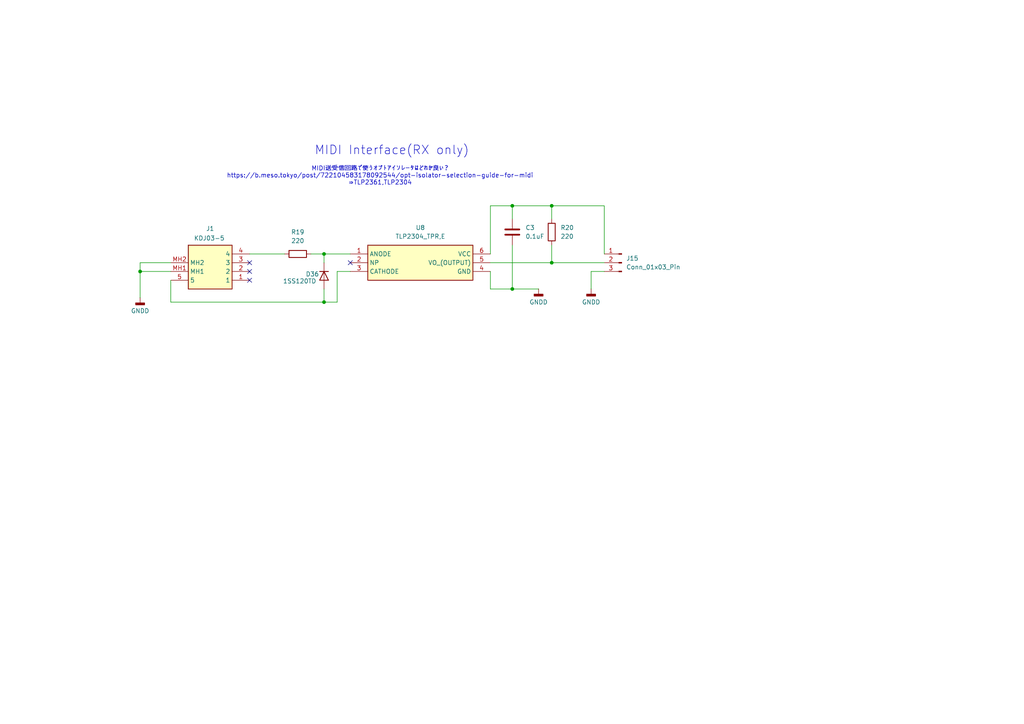
<source format=kicad_sch>
(kicad_sch (version 20231120) (generator "eeschema") (generator_version "8.0")
  (paper "A4")
  (lib_symbols
    (symbol "Connector:Conn_01x03_Pin" (pin_names (offset 1.016) hide)
      (property "Reference" "J" (at 0 5.08 0))
      (property "Value" "Conn_01x03_Pin" (at 0 -5.08 0))
      (symbol "Conn_01x03_Pin_1_1"
        (polyline (pts (xy 1.27 -2.54) (xy 0.8636 -2.54)) (stroke (width 0.1524)))
        (polyline (pts (xy 1.27 0) (xy 0.8636 0)) (stroke (width 0.1524)))
        (polyline (pts (xy 1.27 2.54) (xy 0.8636 2.54)) (stroke (width 0.1524)))
        (rectangle (start 0.8636 -2.413) (end 0 -2.667) (stroke (width 0.1524)) (fill (type outline)))
        (rectangle (start 0.8636 0.127) (end 0 -0.127) (stroke (width 0.1524)) (fill (type outline)))
        (rectangle (start 0.8636 2.667) (end 0 2.413) (stroke (width 0.1524)) (fill (type outline)))
        (pin passive line (at 5.08 2.54 180) (length 3.81) (name "Pin_1") (number "1"))
        (pin passive line (at 5.08 0 180) (length 3.81) (name "Pin_2") (number "2"))
        (pin passive line (at 5.08 -2.54 180) (length 3.81) (name "Pin_3") (number "3"))
      )
    )
    (symbol "Device:C" (pin_numbers hide) (pin_names (offset 0.254))
      (property "Reference" "C" (at 0.635 2.54 0))
      (property "Value" "C" (at 0.635 -2.54 0))
      (symbol "C_0_1"
        (polyline (pts (xy -2.032 -0.762) (xy 2.032 -0.762)) (stroke (width 0.508)))
        (polyline (pts (xy -2.032 0.762) (xy 2.032 0.762)) (stroke (width 0.508)))
      )
      (symbol "C_1_1"
        (pin passive line (at 0 3.81 270) (length 2.794) (name "~") (number "1"))
        (pin passive line (at 0 -3.81 90) (length 2.794) (name "~") (number "2"))
      )
    )
    (symbol "Device:D" (pin_numbers hide) (pin_names (offset 1.016) hide)
      (property "Reference" "D" (at 0 2.54 0))
      (property "Value" "D" (at 0 -2.54 0))
      (symbol "D_0_1"
        (polyline (pts (xy -1.27 1.27) (xy -1.27 -1.27)) (stroke (width 0.254)))
        (polyline (pts (xy 1.27 0) (xy -1.27 0)))
        (polyline (pts (xy 1.27 1.27) (xy 1.27 -1.27) (xy -1.27 0) (xy 1.27 1.27)) (stroke (width 0.254)))
      )
      (symbol "D_1_1"
        (pin passive line (at -3.81 0 0) (length 2.54) (name "K") (number "1"))
        (pin passive line (at 3.81 0 180) (length 2.54) (name "A") (number "2"))
      )
    )
    (symbol "Device:R" (pin_numbers hide) (pin_names (offset 0))
      (property "Reference" "R" (at 2.032 0 90))
      (property "Value" "R" (at 0 0 90))
      (symbol "R_0_1"
        (rectangle (start -1.016 -2.54) (end 1.016 2.54) (stroke (width 0.254)))
      )
      (symbol "R_1_1"
        (pin passive line (at 0 3.81 270) (length 1.27) (name "~") (number "1"))
        (pin passive line (at 0 -3.81 90) (length 1.27) (name "~") (number "2"))
      )
    )
    (symbol "SamacSys_Parts:KDJ03-5"
      (property "Reference" "J" (at 19.05 7.62 0))
      (property "Value" "KDJ03-5" (at 19.05 5.08 0))
      (symbol "KDJ03-5_1_1"
        (rectangle (start 5.08 2.54) (end 17.78 -10.16) (stroke (width 0.254)) (fill (type background)))
        (pin passive line (at 0 0 0) (length 5.08) (name "1") (number "1"))
        (pin passive line (at 0 -2.54 0) (length 5.08) (name "2") (number "2"))
        (pin passive line (at 0 -5.08 0) (length 5.08) (name "3") (number "3"))
        (pin passive line (at 0 -7.62 0) (length 5.08) (name "4") (number "4"))
        (pin passive line (at 22.86 0 180) (length 5.08) (name "5") (number "5"))
        (pin passive line (at 22.86 -2.54 180) (length 5.08) (name "MH1") (number "MH1"))
        (pin passive line (at 22.86 -5.08 180) (length 5.08) (name "MH2") (number "MH2"))
      )
    )
    (symbol "SamacSys_Parts:TLP2304_TPR,E"
      (property "Reference" "IC" (at 36.83 7.62 0))
      (property "Value" "TLP2304_TPR,E" (at 36.83 5.08 0))
      (symbol "TLP2304_TPR,E_1_1"
        (rectangle (start 5.08 2.54) (end 35.56 -7.62) (stroke (width 0.254)) (fill (type background)))
        (pin passive line (at 0 0 0) (length 5.08) (name "ANODE") (number "1"))
        (pin passive line (at 0 -2.54 0) (length 5.08) (name "NP") (number "2"))
        (pin passive line (at 0 -5.08 0) (length 5.08) (name "CATHODE") (number "3"))
        (pin passive line (at 40.64 -5.08 180) (length 5.08) (name "GND") (number "4"))
        (pin passive line (at 40.64 -2.54 180) (length 5.08) (name "VO_(OUTPUT)") (number "5"))
        (pin passive line (at 40.64 0 180) (length 5.08) (name "VCC") (number "6"))
      )
    )
    (symbol "power:GNDD" (power) (pin_numbers hide) (pin_names (offset 0) hide)
      (property "Value" "GNDD" (at 0 -3.175 0))
      (symbol "GNDD_0_1"
        (rectangle (start -1.27 -1.524) (end 1.27 -2.032) (stroke (width 0.254)) (fill (type outline)))
        (polyline (pts (xy 0 0) (xy 0 -1.524)))
      )
      (symbol "GNDD_1_1"
        (pin power_in line (at 0 0 270) (length 0) (name "~") (number "1"))
      )
    )
  )
  (junction (at 148.59 83.82))
  (junction (at 40.64 78.74))
  (junction (at 160.02 59.69))
  (junction (at 93.98 73.66))
  (junction (at 93.98 87.63))
  (junction (at 148.59 59.69))
  (junction (at 160.02 76.2))
  (no_connect (at 72.39 76.2))
  (no_connect (at 72.39 81.28))
  (no_connect (at 72.39 78.74))
  (no_connect (at 101.6 76.2))
  (wire (pts (xy 40.64 78.74) (xy 40.64 86.36)))
  (wire (pts (xy 148.59 59.69) (xy 148.59 63.5)))
  (wire (pts (xy 160.02 71.12) (xy 160.02 76.2)))
  (wire (pts (xy 160.02 76.2) (xy 142.24 76.2)))
  (wire (pts (xy 142.24 83.82) (xy 142.24 78.74)))
  (wire (pts (xy 93.98 73.66) (xy 101.6 73.66)))
  (wire (pts (xy 148.59 83.82) (xy 142.24 83.82)))
  (wire (pts (xy 49.53 87.63) (xy 93.98 87.63)))
  (wire (pts (xy 171.45 78.74) (xy 171.45 83.82)))
  (wire (pts (xy 156.21 83.82) (xy 148.59 83.82)))
  (wire (pts (xy 93.98 76.2) (xy 93.98 73.66)))
  (wire (pts (xy 142.24 59.69) (xy 142.24 73.66)))
  (wire (pts (xy 148.59 71.12) (xy 148.59 83.82)))
  (wire (pts (xy 148.59 59.69) (xy 142.24 59.69)))
  (wire (pts (xy 175.26 78.74) (xy 171.45 78.74)))
  (wire (pts (xy 49.53 76.2) (xy 40.64 76.2)))
  (wire (pts (xy 160.02 59.69) (xy 160.02 63.5)))
  (wire (pts (xy 97.79 78.74) (xy 97.79 87.63)))
  (wire (pts (xy 40.64 76.2) (xy 40.64 78.74)))
  (wire (pts (xy 93.98 87.63) (xy 93.98 83.82)))
  (wire (pts (xy 160.02 59.69) (xy 148.59 59.69)))
  (wire (pts (xy 175.26 73.66) (xy 175.26 59.69)))
  (wire (pts (xy 72.39 73.66) (xy 82.55 73.66)))
  (wire (pts (xy 49.53 81.28) (xy 49.53 87.63)))
  (wire (pts (xy 160.02 59.69) (xy 175.26 59.69)))
  (wire (pts (xy 160.02 76.2) (xy 175.26 76.2)))
  (wire (pts (xy 101.6 78.74) (xy 97.79 78.74)))
  (wire (pts (xy 90.17 73.66) (xy 93.98 73.66)))
  (wire (pts (xy 93.98 87.63) (xy 97.79 87.63)))
  (wire (pts (xy 40.64 78.74) (xy 49.53 78.74)))
  (text "MIDI Interface(RX only)" (at 91.186 43.688 0) (effects (font (size 2.54 2.54)) (justify left)))
  (text "MIDI送受信回路で使うオプトアイソレータはどれが良い？\nhttps://b.meso.tokyo/post/722104583178092544/opt-isolator-selection-guide-for-midi\n⇒TLP2361,TLP2304" (at 110.236 51.054 0) (effects (font (size 1.27 1.27))))
  (symbol (lib_id "power:GNDD") (at 171.45 83.82 0) (unit 1)
    (property "Reference" "#PWR021" (effects (hide yes)))
    (property "Value" "GNDD" (at 171.45 87.63 0))
    (property "Description" "Power symbol creates a global label with name \"GNDD\" , digital ground" (effects (hide yes)))
  )
  (symbol (lib_id "SamacSys_Parts:KDJ03-5") (at 72.39 81.28 180) (unit 1)
    (property "Reference" "J1" (at 60.96 66.294 0))
    (property "Value" "KDJ03-5" (at 60.706 69.088 0))
    (property "Footprint" "SamacSys_Parts:KDJ035" (effects (hide yes)))
    (property "Datasheet" "https://akizukidenshi.com/download/ds/useconn/KDJ03-5.pdf" (effects (hide yes)))
    (property "Description" "5-Pin DIN Jack" (effects (hide yes)))
    (property "Height" "19.8" (effects (hide yes)))
    (property "Manufacturer_Name" "Useconn Electronics" (effects (hide yes)))
    (property "Manufacturer_Part_Number" "KDJ03-5" (effects (hide yes)))
  )
  (symbol (lib_id "Device:C") (at 148.59 67.31 0) (unit 1)
    (property "Reference" "C3" (at 152.4 66.0399 0) (effects (justify left)))
    (property "Value" "0.1uF" (at 152.4 68.5799 0) (effects (justify left)))
    (property "Footprint" "Capacitor_THT:C_Rect_L7.0mm_W2.0mm_P5.00mm" (effects (hide yes)))
    (property "Description" "Unpolarized capacitor" (effects (hide yes)))
  )
  (symbol (lib_id "Device:R") (at 86.36 73.66 90) (unit 1)
    (property "Reference" "R19" (at 86.36 67.31 90))
    (property "Value" "220" (at 86.36 69.85 90))
    (property "Footprint" "Resistor_THT:R_Axial_DIN0207_L6.3mm_D2.5mm_P7.62mm_Horizontal" (effects (hide yes)))
    (property "Description" "Resistor" (effects (hide yes)))
  )
  (symbol (lib_id "Connector:Conn_01x03_Pin") (at 180.34 76.2 0) (mirror y) (unit 1)
    (property "Reference" "J15" (at 181.61 74.9299 0) (effects (justify right)))
    (property "Value" "Conn_01x03_Pin" (at 181.61 77.4699 0) (effects (justify right)))
    (property "Footprint" "Connector_PinHeader_2.54mm:PinHeader_1x03_P2.54mm_Vertical" (effects (hide yes)))
    (property "Description" "Generic connector, single row, 01x03, script generated" (effects (hide yes)))
  )
  (symbol (lib_id "power:GNDD") (at 156.21 83.82 0) (unit 1)
    (property "Reference" "#PWR020" (effects (hide yes)))
    (property "Value" "GNDD" (at 156.21 87.63 0))
    (property "Description" "Power symbol creates a global label with name \"GNDD\" , digital ground" (effects (hide yes)))
  )
  (symbol (lib_id "SamacSys_Parts:TLP2304_TPR,E") (at 101.6 73.66 0) (unit 1)
    (property "Reference" "U8" (at 121.92 66.04 0))
    (property "Value" "TLP2304_TPR,E" (at 121.92 68.58 0))
    (property "Footprint" "SamacSys_Parts:SOIC127P700X230-6N" (effects (hide yes)))
    (property "Datasheet" "http://toshiba.semicon-storage.com/info/docget.jsp?did=63378&prodName=TLP2304" (effects (hide yes)))
    (property "Description" "High Speed Optocouplers High speed photocoupler; 5pin SO6; RoHS; T&R" (effects (hide yes)))
    (property "Height" "2.3" (effects (hide yes)))
    (property "Manufacturer_Name" "Toshiba" (effects (hide yes)))
    (property "Manufacturer_Part_Number" "TLP2304(TPR,E" (effects (hide yes)))
    (property "Mouser Part Number" "757-TLP2304TPRE" (effects (hide yes)))
    (property "Mouser Price/Stock" "https://www.mouser.co.uk/ProductDetail/Toshiba/TLP2304TPRE?qs=T3oQrply3y%2FQr69Xfk23%252BQ%3D%3D" (effects (hide yes)))
  )
  (symbol (lib_id "Device:R") (at 160.02 67.31 0) (unit 1)
    (property "Reference" "R20" (at 162.56 66.0399 0) (effects (justify left)))
    (property "Value" "220" (at 162.56 68.5799 0) (effects (justify left)))
    (property "Footprint" "Resistor_THT:R_Axial_DIN0207_L6.3mm_D2.5mm_P7.62mm_Horizontal" (effects (hide yes)))
    (property "Description" "Resistor" (effects (hide yes)))
  )
  (symbol (lib_id "Device:D") (at 93.98 80.01 270) (unit 1)
    (property "Reference" "D36" (at 88.646 79.502 90) (effects (justify left)))
    (property "Value" "1SS120TD" (at 82.042 81.534 90) (effects (justify left)))
    (property "Footprint" "Diode_THT:D_A-405_P2.54mm_Vertical_AnodeUp" (effects (hide yes)))
    (property "Description" "Diode" (effects (hide yes)))
    (property "Sim.Device" "D" (effects (hide yes)))
    (property "Sim.Pins" "1=K 2=A" (effects (hide yes)))
  )
  (symbol (lib_id "power:GNDD") (at 40.64 86.36 0) (unit 1)
    (property "Reference" "#PWR022" (effects (hide yes)))
    (property "Value" "GNDD" (at 40.64 90.17 0))
    (property "Description" "Power symbol creates a global label with name \"GNDD\" , digital ground" (effects (hide yes)))
  )
)
</source>
